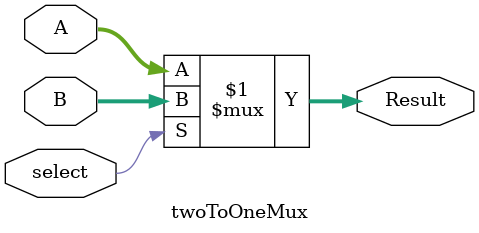
<source format=v>
`timescale 1ns / 1ps


module twoToOneMux#(parameter BITS = 32)(
    input [BITS-1:0]A, //0
    input [BITS-1:0]B, //1
    input select,
    output [BITS-1:0]Result
    );
    
    assign Result = select ? B : A;
endmodule

</source>
